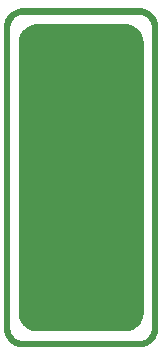
<source format=gbr>
%TF.GenerationSoftware,KiCad,Pcbnew,(6.0.7-1)-1*%
%TF.CreationDate,2022-12-29T08:39:09+01:00*%
%TF.ProjectId,cover_test,636f7665-725f-4746-9573-742e6b696361,rev?*%
%TF.SameCoordinates,Original*%
%TF.FileFunction,Soldermask,Top*%
%TF.FilePolarity,Negative*%
%FSLAX46Y46*%
G04 Gerber Fmt 4.6, Leading zero omitted, Abs format (unit mm)*
G04 Created by KiCad (PCBNEW (6.0.7-1)-1) date 2022-12-29 08:39:09*
%MOMM*%
%LPD*%
G01*
G04 APERTURE LIST*
%ADD10C,0.200000*%
G04 APERTURE END LIST*
D10*
G36*
X121577907Y-86068666D02*
G01*
X121653350Y-86074551D01*
X121727806Y-86084236D01*
X121801172Y-86097621D01*
X121873344Y-86114604D01*
X121944220Y-86135085D01*
X122013695Y-86158962D01*
X122081666Y-86186134D01*
X122148030Y-86216502D01*
X122212683Y-86249963D01*
X122275522Y-86286420D01*
X122336444Y-86325768D01*
X122395343Y-86367906D01*
X122452119Y-86412736D01*
X122506665Y-86460157D01*
X122558882Y-86510066D01*
X122608791Y-86562283D01*
X122656212Y-86616829D01*
X122701043Y-86673605D01*
X122743181Y-86732507D01*
X122782529Y-86793434D01*
X122818985Y-86856281D01*
X122852447Y-86920949D01*
X122882815Y-86987331D01*
X122909988Y-87055329D01*
X122933865Y-87124836D01*
X122954345Y-87195754D01*
X122971328Y-87267976D01*
X122984712Y-87341403D01*
X122994397Y-87415932D01*
X123000282Y-87491459D01*
X123002266Y-87567882D01*
X123002266Y-110432119D01*
X123000294Y-110508737D01*
X122994441Y-110584434D01*
X122984807Y-110659107D01*
X122971489Y-110732658D01*
X122954584Y-110804989D01*
X122934191Y-110875998D01*
X122910408Y-110945587D01*
X122883331Y-111013654D01*
X122853060Y-111080101D01*
X122819691Y-111144829D01*
X122783323Y-111207736D01*
X122744054Y-111268723D01*
X122701980Y-111327692D01*
X122657201Y-111384542D01*
X122609814Y-111439173D01*
X122559917Y-111491485D01*
X122507805Y-111541286D01*
X122453359Y-111588588D01*
X122396680Y-111633295D01*
X122337866Y-111675307D01*
X122277013Y-111714526D01*
X122214223Y-111750853D01*
X122149596Y-111784188D01*
X122083229Y-111814433D01*
X122015222Y-111841491D01*
X121945675Y-111865261D01*
X121874684Y-111885645D01*
X121802353Y-111902544D01*
X121728778Y-111915861D01*
X121654059Y-111925493D01*
X121578294Y-111931346D01*
X121501583Y-111933319D01*
X114099451Y-111933319D01*
X114022631Y-111931351D01*
X113946749Y-111925515D01*
X113871907Y-111915908D01*
X113798203Y-111902627D01*
X113725742Y-111885772D01*
X113654624Y-111865441D01*
X113584950Y-111841732D01*
X113516821Y-111814741D01*
X113450338Y-111784570D01*
X113385604Y-111751314D01*
X113322718Y-111715072D01*
X113261783Y-111675944D01*
X113202899Y-111634026D01*
X113146167Y-111589417D01*
X113091690Y-111542215D01*
X113039567Y-111492519D01*
X112989675Y-111440312D01*
X112942304Y-111385782D01*
X112897551Y-111329028D01*
X112855511Y-111270144D01*
X112816280Y-111209226D01*
X112779955Y-111146368D01*
X112746633Y-111081666D01*
X112716410Y-111015217D01*
X112689382Y-110947113D01*
X112665645Y-110877453D01*
X112645296Y-110806329D01*
X112628430Y-110733839D01*
X112615145Y-110660078D01*
X112605536Y-110585140D01*
X112599700Y-110509123D01*
X112597734Y-110432119D01*
X112597734Y-87567882D01*
X112599713Y-87491080D01*
X112605582Y-87415247D01*
X112615240Y-87340480D01*
X112628587Y-87266876D01*
X112645520Y-87194527D01*
X112665939Y-87123530D01*
X112689742Y-87053983D01*
X112716828Y-86985980D01*
X112747096Y-86919616D01*
X112780445Y-86854988D01*
X112816775Y-86792191D01*
X112855981Y-86731322D01*
X112897965Y-86672476D01*
X112942625Y-86615749D01*
X112989859Y-86561236D01*
X113039567Y-86509032D01*
X113091984Y-86459043D01*
X113146716Y-86411587D01*
X113203663Y-86366761D01*
X113262724Y-86324660D01*
X113323796Y-86285378D01*
X113386780Y-86249013D01*
X113451573Y-86215658D01*
X113518075Y-86185408D01*
X113586184Y-86158360D01*
X113655801Y-86134610D01*
X113726820Y-86114251D01*
X113799144Y-86097381D01*
X113872670Y-86084093D01*
X113947298Y-86074484D01*
X114022925Y-86068649D01*
X114099451Y-86066682D01*
X121501582Y-86066682D01*
X121577907Y-86068666D01*
G37*
X121577907Y-86068666D02*
X121653350Y-86074551D01*
X121727806Y-86084236D01*
X121801172Y-86097621D01*
X121873344Y-86114604D01*
X121944220Y-86135085D01*
X122013695Y-86158962D01*
X122081666Y-86186134D01*
X122148030Y-86216502D01*
X122212683Y-86249963D01*
X122275522Y-86286420D01*
X122336444Y-86325768D01*
X122395343Y-86367906D01*
X122452119Y-86412736D01*
X122506665Y-86460157D01*
X122558882Y-86510066D01*
X122608791Y-86562283D01*
X122656212Y-86616829D01*
X122701043Y-86673605D01*
X122743181Y-86732507D01*
X122782529Y-86793434D01*
X122818985Y-86856281D01*
X122852447Y-86920949D01*
X122882815Y-86987331D01*
X122909988Y-87055329D01*
X122933865Y-87124836D01*
X122954345Y-87195754D01*
X122971328Y-87267976D01*
X122984712Y-87341403D01*
X122994397Y-87415932D01*
X123000282Y-87491459D01*
X123002266Y-87567882D01*
X123002266Y-110432119D01*
X123000294Y-110508737D01*
X122994441Y-110584434D01*
X122984807Y-110659107D01*
X122971489Y-110732658D01*
X122954584Y-110804989D01*
X122934191Y-110875998D01*
X122910408Y-110945587D01*
X122883331Y-111013654D01*
X122853060Y-111080101D01*
X122819691Y-111144829D01*
X122783323Y-111207736D01*
X122744054Y-111268723D01*
X122701980Y-111327692D01*
X122657201Y-111384542D01*
X122609814Y-111439173D01*
X122559917Y-111491485D01*
X122507805Y-111541286D01*
X122453359Y-111588588D01*
X122396680Y-111633295D01*
X122337866Y-111675307D01*
X122277013Y-111714526D01*
X122214223Y-111750853D01*
X122149596Y-111784188D01*
X122083229Y-111814433D01*
X122015222Y-111841491D01*
X121945675Y-111865261D01*
X121874684Y-111885645D01*
X121802353Y-111902544D01*
X121728778Y-111915861D01*
X121654059Y-111925493D01*
X121578294Y-111931346D01*
X121501583Y-111933319D01*
X114099451Y-111933319D01*
X114022631Y-111931351D01*
X113946749Y-111925515D01*
X113871907Y-111915908D01*
X113798203Y-111902627D01*
X113725742Y-111885772D01*
X113654624Y-111865441D01*
X113584950Y-111841732D01*
X113516821Y-111814741D01*
X113450338Y-111784570D01*
X113385604Y-111751314D01*
X113322718Y-111715072D01*
X113261783Y-111675944D01*
X113202899Y-111634026D01*
X113146167Y-111589417D01*
X113091690Y-111542215D01*
X113039567Y-111492519D01*
X112989675Y-111440312D01*
X112942304Y-111385782D01*
X112897551Y-111329028D01*
X112855511Y-111270144D01*
X112816280Y-111209226D01*
X112779955Y-111146368D01*
X112746633Y-111081666D01*
X112716410Y-111015217D01*
X112689382Y-110947113D01*
X112665645Y-110877453D01*
X112645296Y-110806329D01*
X112628430Y-110733839D01*
X112615145Y-110660078D01*
X112605536Y-110585140D01*
X112599700Y-110509123D01*
X112597734Y-110432119D01*
X112597734Y-87567882D01*
X112599713Y-87491080D01*
X112605582Y-87415247D01*
X112615240Y-87340480D01*
X112628587Y-87266876D01*
X112645520Y-87194527D01*
X112665939Y-87123530D01*
X112689742Y-87053983D01*
X112716828Y-86985980D01*
X112747096Y-86919616D01*
X112780445Y-86854988D01*
X112816775Y-86792191D01*
X112855981Y-86731322D01*
X112897965Y-86672476D01*
X112942625Y-86615749D01*
X112989859Y-86561236D01*
X113039567Y-86509032D01*
X113091984Y-86459043D01*
X113146716Y-86411587D01*
X113203663Y-86366761D01*
X113262724Y-86324660D01*
X113323796Y-86285378D01*
X113386780Y-86249013D01*
X113451573Y-86215658D01*
X113518075Y-86185408D01*
X113586184Y-86158360D01*
X113655801Y-86134610D01*
X113726820Y-86114251D01*
X113799144Y-86097381D01*
X113872670Y-86084093D01*
X113947298Y-86074484D01*
X114022925Y-86068649D01*
X114099451Y-86066682D01*
X121501582Y-86066682D01*
X121577907Y-86068666D01*
G36*
X112815781Y-113271279D02*
G01*
X112738186Y-113265315D01*
X112661671Y-113255497D01*
X112586337Y-113241924D01*
X112512282Y-113224692D01*
X112439607Y-113203905D01*
X112368412Y-113179659D01*
X112298795Y-113152053D01*
X112230859Y-113121187D01*
X112164701Y-113087158D01*
X112100422Y-113050069D01*
X112038121Y-113010017D01*
X111977898Y-112967100D01*
X111919855Y-112921418D01*
X111864090Y-112873068D01*
X111810702Y-112822153D01*
X111759499Y-112768570D01*
X111710914Y-112712635D01*
X111665040Y-112654447D01*
X111621972Y-112594102D01*
X111581805Y-112531701D01*
X111544634Y-112467338D01*
X111510554Y-112401114D01*
X111479659Y-112333125D01*
X111452044Y-112263470D01*
X111427803Y-112192248D01*
X111407032Y-112119555D01*
X111389825Y-112045490D01*
X111376277Y-111970150D01*
X111366482Y-111893634D01*
X111360536Y-111816040D01*
X111358533Y-111737466D01*
X111727503Y-111737466D01*
X111729023Y-111797325D01*
X111733536Y-111856421D01*
X111740965Y-111914677D01*
X111751238Y-111972019D01*
X111764278Y-112028371D01*
X111780011Y-112083657D01*
X111798364Y-112137799D01*
X111819261Y-112190724D01*
X111842627Y-112242357D01*
X111868389Y-112292619D01*
X111896472Y-112341435D01*
X111926800Y-112388730D01*
X111959300Y-112434429D01*
X111993897Y-112478456D01*
X112030517Y-112520734D01*
X112069084Y-112561188D01*
X112109739Y-112599956D01*
X112152202Y-112636761D01*
X112196399Y-112671528D01*
X112242253Y-112704185D01*
X112289690Y-112734654D01*
X112338634Y-112762864D01*
X112389009Y-112788738D01*
X112440740Y-112812204D01*
X112493752Y-112833187D01*
X112547969Y-112851614D01*
X112603316Y-112867409D01*
X112659717Y-112880498D01*
X112717098Y-112890810D01*
X112775381Y-112898266D01*
X112834493Y-112902794D01*
X112894357Y-112904320D01*
X122705644Y-112904319D01*
X122764480Y-112902836D01*
X122822598Y-112898436D01*
X122879926Y-112891189D01*
X122936389Y-112881170D01*
X122991913Y-112868452D01*
X123046424Y-112853103D01*
X123099848Y-112835200D01*
X123152111Y-112814813D01*
X123203140Y-112792015D01*
X123252859Y-112766879D01*
X123301196Y-112739477D01*
X123348076Y-112709882D01*
X123393425Y-112678164D01*
X123437168Y-112644397D01*
X123479235Y-112608653D01*
X123519548Y-112571007D01*
X123529366Y-112560672D01*
X123568139Y-112520014D01*
X123604961Y-112477550D01*
X123639754Y-112433356D01*
X123672443Y-112387512D01*
X123702951Y-112340095D01*
X123731204Y-112291187D01*
X123757126Y-112240866D01*
X123780641Y-112189211D01*
X123801672Y-112136302D01*
X123820144Y-112082218D01*
X123835984Y-112027039D01*
X123849113Y-111970841D01*
X123859456Y-111913706D01*
X123866937Y-111855712D01*
X123871482Y-111796939D01*
X123873014Y-111737465D01*
X123873014Y-86263568D01*
X123871470Y-86204095D01*
X123866893Y-86145322D01*
X123859360Y-86087329D01*
X123848951Y-86030193D01*
X123835744Y-85973997D01*
X123819819Y-85918816D01*
X123801252Y-85864731D01*
X123780124Y-85811823D01*
X123756513Y-85760168D01*
X123730498Y-85709847D01*
X123702158Y-85660940D01*
X123671571Y-85613524D01*
X123638816Y-85567679D01*
X123603972Y-85523486D01*
X123567118Y-85481020D01*
X123528332Y-85440365D01*
X123487682Y-85401486D01*
X123445233Y-85364564D01*
X123401065Y-85329673D01*
X123355253Y-85296890D01*
X123307876Y-85266292D01*
X123259012Y-85237954D01*
X123208738Y-85211951D01*
X123157132Y-85188363D01*
X123104271Y-85167265D01*
X123050234Y-85148730D01*
X122995097Y-85132840D01*
X122938938Y-85119667D01*
X122881836Y-85109287D01*
X122823868Y-85101780D01*
X122765111Y-85097220D01*
X122705644Y-85095682D01*
X112894357Y-85095681D01*
X112834883Y-85097219D01*
X112776110Y-85101781D01*
X112718116Y-85109287D01*
X112660981Y-85119663D01*
X112604784Y-85132831D01*
X112549604Y-85148714D01*
X112495519Y-85167235D01*
X112442610Y-85188313D01*
X112390956Y-85211876D01*
X112340635Y-85237844D01*
X112291727Y-85266141D01*
X112244312Y-85296690D01*
X112198466Y-85329410D01*
X112154272Y-85364229D01*
X112111807Y-85401066D01*
X112071151Y-85439845D01*
X112032469Y-85480305D01*
X111995715Y-85522600D01*
X111960970Y-85566652D01*
X111928309Y-85612381D01*
X111897812Y-85659711D01*
X111869557Y-85708563D01*
X111843622Y-85758857D01*
X111820085Y-85810518D01*
X111799025Y-85863467D01*
X111780518Y-85917622D01*
X111764645Y-85972911D01*
X111751482Y-86029249D01*
X111741108Y-86086564D01*
X111733602Y-86144774D01*
X111729041Y-86203802D01*
X111727503Y-86263568D01*
X111727503Y-111737466D01*
X111358533Y-111737466D01*
X111358533Y-86263570D01*
X111360555Y-86184990D01*
X111366552Y-86107378D01*
X111376420Y-86030838D01*
X111390058Y-85955469D01*
X111407361Y-85881376D01*
X111428228Y-85808658D01*
X111452553Y-85737414D01*
X111480237Y-85667750D01*
X111511174Y-85599765D01*
X111545261Y-85533560D01*
X111582397Y-85469239D01*
X111622477Y-85406899D01*
X111665399Y-85346644D01*
X111711060Y-85288574D01*
X111759356Y-85232793D01*
X111810185Y-85179400D01*
X111863677Y-85128284D01*
X111919544Y-85079749D01*
X111977685Y-85033897D01*
X112037999Y-84990825D01*
X112100384Y-84950630D01*
X112164739Y-84913414D01*
X112230963Y-84879272D01*
X112298955Y-84848306D01*
X112368612Y-84820614D01*
X112439835Y-84796293D01*
X112512521Y-84775444D01*
X112586570Y-84758164D01*
X112661878Y-84744552D01*
X112738347Y-84734707D01*
X112815873Y-84728727D01*
X112894357Y-84726713D01*
X122705645Y-84726712D01*
X122784029Y-84728734D01*
X122861472Y-84734731D01*
X122937868Y-84744600D01*
X123013116Y-84758243D01*
X123087113Y-84775557D01*
X123159757Y-84796441D01*
X123230946Y-84820793D01*
X123300578Y-84848514D01*
X123368551Y-84879504D01*
X123434761Y-84913656D01*
X123499107Y-84950875D01*
X123561488Y-84991058D01*
X123621800Y-85034101D01*
X123679940Y-85079907D01*
X123735808Y-85128373D01*
X123789300Y-85179398D01*
X123840227Y-85232798D01*
X123888608Y-85288596D01*
X123934341Y-85346691D01*
X123977324Y-85406976D01*
X124017456Y-85469350D01*
X124054632Y-85533708D01*
X124088752Y-85599944D01*
X124119715Y-85667958D01*
X124147417Y-85737645D01*
X124171757Y-85808901D01*
X124192632Y-85881622D01*
X124209941Y-85955703D01*
X124223580Y-86031044D01*
X124233450Y-86107536D01*
X124239445Y-86185079D01*
X124241468Y-86263568D01*
X124241468Y-111737466D01*
X124239452Y-111815949D01*
X124233472Y-111893475D01*
X124223628Y-111969944D01*
X124210021Y-112045252D01*
X124192752Y-112119300D01*
X124171920Y-112191987D01*
X124147627Y-112263209D01*
X124119973Y-112332866D01*
X124089058Y-112400858D01*
X124054985Y-112467082D01*
X124017851Y-112531437D01*
X123977759Y-112593824D01*
X123934808Y-112654138D01*
X123889101Y-112712278D01*
X123840736Y-112768145D01*
X123789815Y-112821636D01*
X123777930Y-112832490D01*
X123724793Y-112882185D01*
X123669355Y-112929387D01*
X123611718Y-112973997D01*
X123551973Y-113015915D01*
X123490218Y-113055042D01*
X123426548Y-113091284D01*
X123361059Y-113124540D01*
X123293848Y-113154711D01*
X123225009Y-113181701D01*
X123154640Y-113205410D01*
X123082836Y-113225742D01*
X123009692Y-113242597D01*
X122935305Y-113255877D01*
X122859771Y-113265486D01*
X122783185Y-113271322D01*
X122705644Y-113273289D01*
X112894357Y-113273288D01*
X112815781Y-113271279D01*
G37*
X112815781Y-113271279D02*
X112738186Y-113265315D01*
X112661671Y-113255497D01*
X112586337Y-113241924D01*
X112512282Y-113224692D01*
X112439607Y-113203905D01*
X112368412Y-113179659D01*
X112298795Y-113152053D01*
X112230859Y-113121187D01*
X112164701Y-113087158D01*
X112100422Y-113050069D01*
X112038121Y-113010017D01*
X111977898Y-112967100D01*
X111919855Y-112921418D01*
X111864090Y-112873068D01*
X111810702Y-112822153D01*
X111759499Y-112768570D01*
X111710914Y-112712635D01*
X111665040Y-112654447D01*
X111621972Y-112594102D01*
X111581805Y-112531701D01*
X111544634Y-112467338D01*
X111510554Y-112401114D01*
X111479659Y-112333125D01*
X111452044Y-112263470D01*
X111427803Y-112192248D01*
X111407032Y-112119555D01*
X111389825Y-112045490D01*
X111376277Y-111970150D01*
X111366482Y-111893634D01*
X111360536Y-111816040D01*
X111358533Y-111737466D01*
X111727503Y-111737466D01*
X111729023Y-111797325D01*
X111733536Y-111856421D01*
X111740965Y-111914677D01*
X111751238Y-111972019D01*
X111764278Y-112028371D01*
X111780011Y-112083657D01*
X111798364Y-112137799D01*
X111819261Y-112190724D01*
X111842627Y-112242357D01*
X111868389Y-112292619D01*
X111896472Y-112341435D01*
X111926800Y-112388730D01*
X111959300Y-112434429D01*
X111993897Y-112478456D01*
X112030517Y-112520734D01*
X112069084Y-112561188D01*
X112109739Y-112599956D01*
X112152202Y-112636761D01*
X112196399Y-112671528D01*
X112242253Y-112704185D01*
X112289690Y-112734654D01*
X112338634Y-112762864D01*
X112389009Y-112788738D01*
X112440740Y-112812204D01*
X112493752Y-112833187D01*
X112547969Y-112851614D01*
X112603316Y-112867409D01*
X112659717Y-112880498D01*
X112717098Y-112890810D01*
X112775381Y-112898266D01*
X112834493Y-112902794D01*
X112894357Y-112904320D01*
X122705644Y-112904319D01*
X122764480Y-112902836D01*
X122822598Y-112898436D01*
X122879926Y-112891189D01*
X122936389Y-112881170D01*
X122991913Y-112868452D01*
X123046424Y-112853103D01*
X123099848Y-112835200D01*
X123152111Y-112814813D01*
X123203140Y-112792015D01*
X123252859Y-112766879D01*
X123301196Y-112739477D01*
X123348076Y-112709882D01*
X123393425Y-112678164D01*
X123437168Y-112644397D01*
X123479235Y-112608653D01*
X123519548Y-112571007D01*
X123529366Y-112560672D01*
X123568139Y-112520014D01*
X123604961Y-112477550D01*
X123639754Y-112433356D01*
X123672443Y-112387512D01*
X123702951Y-112340095D01*
X123731204Y-112291187D01*
X123757126Y-112240866D01*
X123780641Y-112189211D01*
X123801672Y-112136302D01*
X123820144Y-112082218D01*
X123835984Y-112027039D01*
X123849113Y-111970841D01*
X123859456Y-111913706D01*
X123866937Y-111855712D01*
X123871482Y-111796939D01*
X123873014Y-111737465D01*
X123873014Y-86263568D01*
X123871470Y-86204095D01*
X123866893Y-86145322D01*
X123859360Y-86087329D01*
X123848951Y-86030193D01*
X123835744Y-85973997D01*
X123819819Y-85918816D01*
X123801252Y-85864731D01*
X123780124Y-85811823D01*
X123756513Y-85760168D01*
X123730498Y-85709847D01*
X123702158Y-85660940D01*
X123671571Y-85613524D01*
X123638816Y-85567679D01*
X123603972Y-85523486D01*
X123567118Y-85481020D01*
X123528332Y-85440365D01*
X123487682Y-85401486D01*
X123445233Y-85364564D01*
X123401065Y-85329673D01*
X123355253Y-85296890D01*
X123307876Y-85266292D01*
X123259012Y-85237954D01*
X123208738Y-85211951D01*
X123157132Y-85188363D01*
X123104271Y-85167265D01*
X123050234Y-85148730D01*
X122995097Y-85132840D01*
X122938938Y-85119667D01*
X122881836Y-85109287D01*
X122823868Y-85101780D01*
X122765111Y-85097220D01*
X122705644Y-85095682D01*
X112894357Y-85095681D01*
X112834883Y-85097219D01*
X112776110Y-85101781D01*
X112718116Y-85109287D01*
X112660981Y-85119663D01*
X112604784Y-85132831D01*
X112549604Y-85148714D01*
X112495519Y-85167235D01*
X112442610Y-85188313D01*
X112390956Y-85211876D01*
X112340635Y-85237844D01*
X112291727Y-85266141D01*
X112244312Y-85296690D01*
X112198466Y-85329410D01*
X112154272Y-85364229D01*
X112111807Y-85401066D01*
X112071151Y-85439845D01*
X112032469Y-85480305D01*
X111995715Y-85522600D01*
X111960970Y-85566652D01*
X111928309Y-85612381D01*
X111897812Y-85659711D01*
X111869557Y-85708563D01*
X111843622Y-85758857D01*
X111820085Y-85810518D01*
X111799025Y-85863467D01*
X111780518Y-85917622D01*
X111764645Y-85972911D01*
X111751482Y-86029249D01*
X111741108Y-86086564D01*
X111733602Y-86144774D01*
X111729041Y-86203802D01*
X111727503Y-86263568D01*
X111727503Y-111737466D01*
X111358533Y-111737466D01*
X111358533Y-86263570D01*
X111360555Y-86184990D01*
X111366552Y-86107378D01*
X111376420Y-86030838D01*
X111390058Y-85955469D01*
X111407361Y-85881376D01*
X111428228Y-85808658D01*
X111452553Y-85737414D01*
X111480237Y-85667750D01*
X111511174Y-85599765D01*
X111545261Y-85533560D01*
X111582397Y-85469239D01*
X111622477Y-85406899D01*
X111665399Y-85346644D01*
X111711060Y-85288574D01*
X111759356Y-85232793D01*
X111810185Y-85179400D01*
X111863677Y-85128284D01*
X111919544Y-85079749D01*
X111977685Y-85033897D01*
X112037999Y-84990825D01*
X112100384Y-84950630D01*
X112164739Y-84913414D01*
X112230963Y-84879272D01*
X112298955Y-84848306D01*
X112368612Y-84820614D01*
X112439835Y-84796293D01*
X112512521Y-84775444D01*
X112586570Y-84758164D01*
X112661878Y-84744552D01*
X112738347Y-84734707D01*
X112815873Y-84728727D01*
X112894357Y-84726713D01*
X122705645Y-84726712D01*
X122784029Y-84728734D01*
X122861472Y-84734731D01*
X122937868Y-84744600D01*
X123013116Y-84758243D01*
X123087113Y-84775557D01*
X123159757Y-84796441D01*
X123230946Y-84820793D01*
X123300578Y-84848514D01*
X123368551Y-84879504D01*
X123434761Y-84913656D01*
X123499107Y-84950875D01*
X123561488Y-84991058D01*
X123621800Y-85034101D01*
X123679940Y-85079907D01*
X123735808Y-85128373D01*
X123789300Y-85179398D01*
X123840227Y-85232798D01*
X123888608Y-85288596D01*
X123934341Y-85346691D01*
X123977324Y-85406976D01*
X124017456Y-85469350D01*
X124054632Y-85533708D01*
X124088752Y-85599944D01*
X124119715Y-85667958D01*
X124147417Y-85737645D01*
X124171757Y-85808901D01*
X124192632Y-85881622D01*
X124209941Y-85955703D01*
X124223580Y-86031044D01*
X124233450Y-86107536D01*
X124239445Y-86185079D01*
X124241468Y-86263568D01*
X124241468Y-111737466D01*
X124239452Y-111815949D01*
X124233472Y-111893475D01*
X124223628Y-111969944D01*
X124210021Y-112045252D01*
X124192752Y-112119300D01*
X124171920Y-112191987D01*
X124147627Y-112263209D01*
X124119973Y-112332866D01*
X124089058Y-112400858D01*
X124054985Y-112467082D01*
X124017851Y-112531437D01*
X123977759Y-112593824D01*
X123934808Y-112654138D01*
X123889101Y-112712278D01*
X123840736Y-112768145D01*
X123789815Y-112821636D01*
X123777930Y-112832490D01*
X123724793Y-112882185D01*
X123669355Y-112929387D01*
X123611718Y-112973997D01*
X123551973Y-113015915D01*
X123490218Y-113055042D01*
X123426548Y-113091284D01*
X123361059Y-113124540D01*
X123293848Y-113154711D01*
X123225009Y-113181701D01*
X123154640Y-113205410D01*
X123082836Y-113225742D01*
X123009692Y-113242597D01*
X122935305Y-113255877D01*
X122859771Y-113265486D01*
X122783185Y-113271322D01*
X122705644Y-113273289D01*
X112894357Y-113273288D01*
X112815781Y-113271279D01*
M02*

</source>
